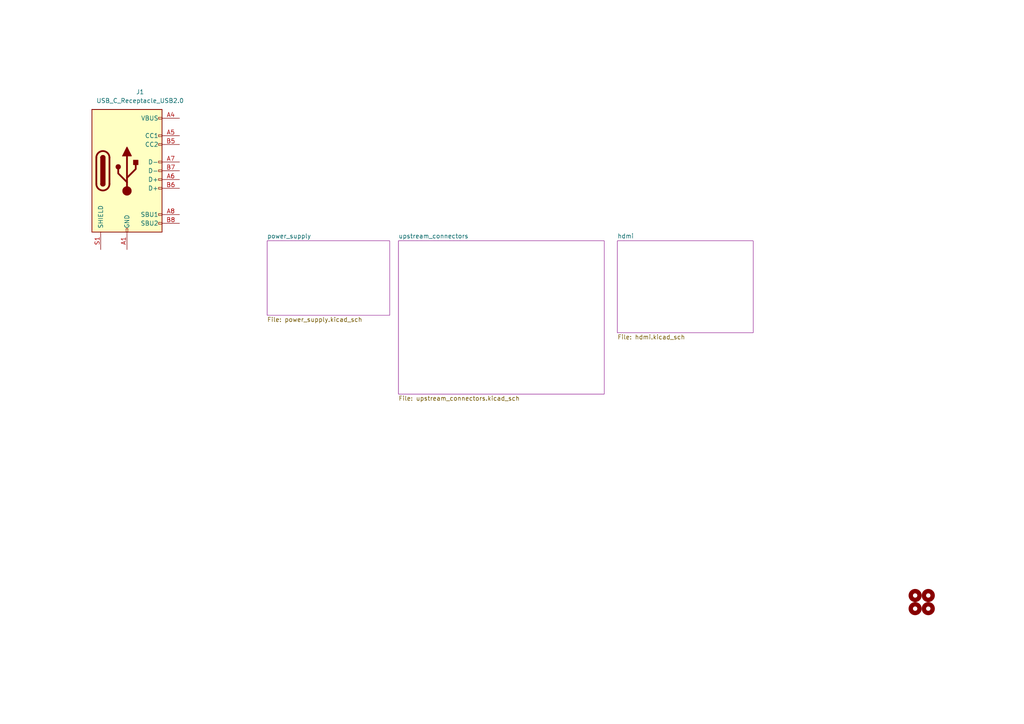
<source format=kicad_sch>
(kicad_sch (version 20200828) (generator eeschema)
  (page 1 4)
  (paper "A4")
  (lib_symbols
    (symbol "Connector:USB_C_Receptacle_USB2.0" (pin_names (offset 1.016))
      (property "Reference" "J" (at -10.16 19.05 0))
      (property "Value" "USB_C_Receptacle_USB2.0" (at 19.05 19.05 0))
      (symbol "USB_C_Receptacle_USB2.0_0_1"
        (arc (start -8.89 -3.81) (end -5.08 -3.81) (radius (at -6.985 -3.81) (length 1.905) (angles -179.9 -0.1)) (stroke (width 0.508)))
        (arc (start -7.62 -3.81) (end -6.35 -3.81) (radius (at -6.985 -3.81) (length 0.635) (angles -179.9 -0.1)) (stroke (width 0.254)))
        (arc (start -7.62 -3.81) (end -6.35 -3.81) (radius (at -6.985 -3.81) (length 0.635) (angles -179.9 -0.1)) (stroke (width 0.254)) (fill (type outline)))
        (arc (start -6.35 3.81) (end -7.62 3.81) (radius (at -6.985 3.81) (length 0.635) (angles 0.1 179.9)) (stroke (width 0.254)) (fill (type outline)))
        (arc (start -6.35 3.81) (end -7.62 3.81) (radius (at -6.985 3.81) (length 0.635) (angles 0.1 179.9)) (stroke (width 0.254)))
        (arc (start -5.08 3.81) (end -8.89 3.81) (radius (at -6.985 3.81) (length 1.905) (angles 0.1 179.9)) (stroke (width 0.508)))
        (circle (center -2.54 1.143) (radius 0.635) (stroke (width 0.254)) (fill (type outline)))
        (circle (center 0 -5.842) (radius 1.27) (fill (type outline)))
        (rectangle (start -10.16 17.78) (end 10.16 -17.78) (stroke (width 0.254)) (fill (type background)))
        (rectangle (start -7.62 -3.81) (end -6.35 3.81) (stroke (width 0.254)) (fill (type outline)))
        (rectangle (start 1.905 1.778) (end 3.175 3.048) (stroke (width 0.254)) (fill (type outline)))
        (polyline (pts (xy -8.89 -3.81) (xy -8.89 3.81)) (stroke (width 0.508)))
        (polyline (pts (xy -5.08 3.81) (xy -5.08 -3.81)) (stroke (width 0.508)))
        (polyline (pts (xy 0 -5.842) (xy 0 4.318)) (stroke (width 0.508)))
        (polyline (pts (xy 0 -3.302) (xy -2.54 -0.762) (xy -2.54 0.508)) (stroke (width 0.508)))
        (polyline (pts (xy 0 -2.032) (xy 2.54 0.508) (xy 2.54 1.778)) (stroke (width 0.508)))
        (polyline (pts (xy -1.27 4.318) (xy 0 6.858) (xy 1.27 4.318) (xy -1.27 4.318)) (stroke (width 0.254)) (fill (type outline)))
      )
      (symbol "USB_C_Receptacle_USB2.0_0_0"
        (rectangle (start -0.254 -17.78) (end 0.254 -16.764))
        (rectangle (start 10.16 -14.986) (end 9.144 -15.494))
        (rectangle (start 10.16 -12.446) (end 9.144 -12.954))
        (rectangle (start 10.16 -4.826) (end 9.144 -5.334))
        (rectangle (start 10.16 -2.286) (end 9.144 -2.794))
        (rectangle (start 10.16 0.254) (end 9.144 -0.254))
        (rectangle (start 10.16 2.794) (end 9.144 2.286))
        (rectangle (start 10.16 7.874) (end 9.144 7.366))
        (rectangle (start 10.16 10.414) (end 9.144 9.906))
        (rectangle (start 10.16 15.494) (end 9.144 14.986))
      )
      (symbol "USB_C_Receptacle_USB2.0_1_1"
        (pin power_in line (at 0 -22.86 90) (length 5.08) (name "GND") (number "A1"))
        (pin passive line (at 0 -22.86 90) (length 5.08) hide (name "GND") (number "A12"))
        (pin power_in line (at 15.24 15.24 180) (length 5.08) (name "VBUS") (number "A4"))
        (pin bidirectional line (at 15.24 10.16 180) (length 5.08) (name "CC1") (number "A5"))
        (pin bidirectional line (at 15.24 -2.54 180) (length 5.08) (name "D+") (number "A6"))
        (pin bidirectional line (at 15.24 2.54 180) (length 5.08) (name "D-") (number "A7"))
        (pin bidirectional line (at 15.24 -12.7 180) (length 5.08) (name "SBU1") (number "A8"))
        (pin passive line (at 15.24 15.24 180) (length 5.08) hide (name "VBUS") (number "A9"))
        (pin passive line (at 0 -22.86 90) (length 5.08) hide (name "GND") (number "B1"))
        (pin passive line (at 0 -22.86 90) (length 5.08) hide (name "GND") (number "B12"))
        (pin passive line (at 15.24 15.24 180) (length 5.08) hide (name "VBUS") (number "B4"))
        (pin bidirectional line (at 15.24 7.62 180) (length 5.08) (name "CC2") (number "B5"))
        (pin bidirectional line (at 15.24 -5.08 180) (length 5.08) (name "D+") (number "B6"))
        (pin bidirectional line (at 15.24 0 180) (length 5.08) (name "D-") (number "B7"))
        (pin bidirectional line (at 15.24 -15.24 180) (length 5.08) (name "SBU2") (number "B8"))
        (pin passive line (at 15.24 15.24 180) (length 5.08) hide (name "VBUS") (number "B9"))
        (pin passive line (at -7.62 -22.86 90) (length 5.08) (name "SHIELD") (number "S1"))
      )
    )
    (symbol "Mechanical:MountingHole" (pin_names (offset 1.016))
      (property "Reference" "H" (at 0 5.08 0))
      (property "Value" "MountingHole" (at 0 3.175 0))
      (symbol "MountingHole_0_1"
        (circle (center 0 0) (radius 1.27) (stroke (width 1.27)))
      )
    )
  )
  (symbol (lib_id "Mechanical:MountingHole") (at 265.43 172.72 0) (unit 1)
    (property "Reference" "H1" (effects hide))
    (property "Footprint" "MountingHole:MountingHole_3.2mm_M3_ISO7380_Pad" (effects hide))
  )
  (symbol (lib_id "Mechanical:MountingHole") (at 265.43 176.53 0) (unit 1)
    (property "Reference" "H2" (effects hide))
    (property "Footprint" "MountingHole:MountingHole_3.2mm_M3_ISO7380_Pad" (effects hide))
  )
  (symbol (lib_id "Mechanical:MountingHole") (at 269.24 172.72 0) (unit 1)
    (property "Reference" "H3" (effects hide))
    (property "Footprint" "MountingHole:MountingHole_3.2mm_M3_ISO7380_Pad" (effects hide))
  )
  (symbol (lib_id "Mechanical:MountingHole") (at 269.24 176.53 0) (unit 1)
    (property "Reference" "H4" (effects hide))
    (property "Footprint" "MountingHole:MountingHole_3.2mm_M3_ISO7380_Pad" (effects hide))
  )
  (symbol (lib_id "Connector:USB_C_Receptacle_USB2.0") (at 36.83 49.53 0) (unit 1)
    (property "Reference" "J1" (at 40.64 26.67 0))
    (property "Value" "USB_C_Receptacle_USB2.0" (at 40.64 29.21 0))
    (property "Footprint" "Connector_USB:USB_C_Receptacle_HRO_TYPE-C-31-M-12" (effects hide))
    (property "Datasheet" "https://www.usb.org/sites/default/files/documents/usb_type-c.zip" (effects hide))
  )
  (sheet (at 179.07 69.85) (size 39.37 26.67) (stroke (width 0.001) (color 132 0 132 1)) (fill (color 255 255 255 0.0000))
    (property "Sheet name" "hdmi" (at 179.07 69.2141 0) (effects (justify left bottom)))
    (property "Sheet file" "hdmi.kicad_sch" (at 179.07 97.0289 0) (effects (justify left top)))
  )
  (sheet (at 77.47 69.85) (size 35.56 21.59) (stroke (width 0.001) (color 132 0 132 1)) (fill (color 255 255 255 0.0000))
    (property "Sheet name" "power_supply" (at 77.47 69.2141 0) (effects (justify left bottom)))
    (property "Sheet file" "power_supply.kicad_sch" (at 77.47 91.9489 0) (effects (justify left top)))
  )
  (sheet (at 115.57 69.85) (size 59.69 44.45) (stroke (width 0.001) (color 132 0 132 1)) (fill (color 255 255 255 0.0000))
    (property "Sheet name" "upstream_connectors" (at 115.57 69.2141 0) (effects (justify left bottom)))
    (property "Sheet file" "upstream_connectors.kicad_sch" (at 115.57 114.8089 0) (effects (justify left top)))
  )
)
</source>
